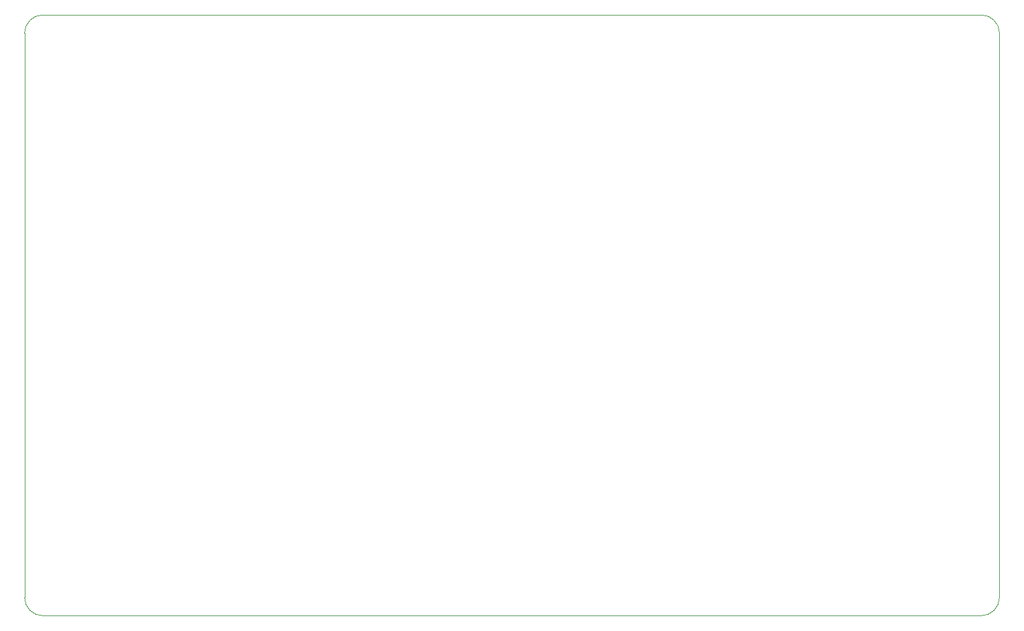
<source format=gbr>
%TF.GenerationSoftware,KiCad,Pcbnew,8.0.3*%
%TF.CreationDate,2024-09-19T11:22:37+05:30*%
%TF.ProjectId,VLF amplifier,564c4620-616d-4706-9c69-666965722e6b,rev?*%
%TF.SameCoordinates,Original*%
%TF.FileFunction,Profile,NP*%
%FSLAX46Y46*%
G04 Gerber Fmt 4.6, Leading zero omitted, Abs format (unit mm)*
G04 Created by KiCad (PCBNEW 8.0.3) date 2024-09-19 11:22:37*
%MOMM*%
%LPD*%
G01*
G04 APERTURE LIST*
%TA.AperFunction,Profile*%
%ADD10C,0.050000*%
%TD*%
G04 APERTURE END LIST*
D10*
X91000000Y-64500000D02*
X91000000Y-141500000D01*
X91000000Y-64500000D02*
G75*
G02*
X93500000Y-62000000I2500000J0D01*
G01*
X93500000Y-144000000D02*
G75*
G02*
X91000000Y-141500000I0J2500000D01*
G01*
X221500000Y-62000000D02*
X93500000Y-62000000D01*
X221500000Y-62000000D02*
G75*
G02*
X224000000Y-64500000I0J-2500000D01*
G01*
X93500000Y-144000000D02*
X221500000Y-144000000D01*
X224000000Y-141500000D02*
G75*
G02*
X221500000Y-144000000I-2500000J0D01*
G01*
X224000000Y-141500000D02*
X224000000Y-64500000D01*
M02*

</source>
